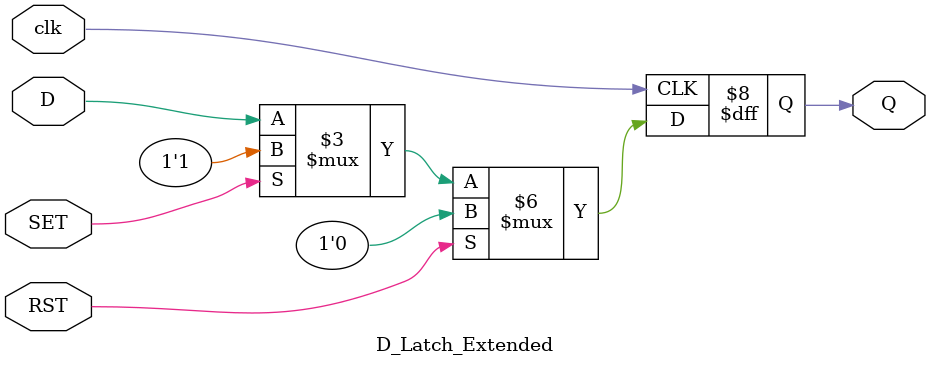
<source format=v>
module D_Latch_Extended(
    input clk,
    input D,
    input RST,
    input SET,
    output reg Q
    );

    always@(posedge clk) begin
        if(RST)
            Q <= 1'b0;
        else if(SET)
            Q <= 1'b1;
        else
            Q <= D;

    end

endmodule

</source>
